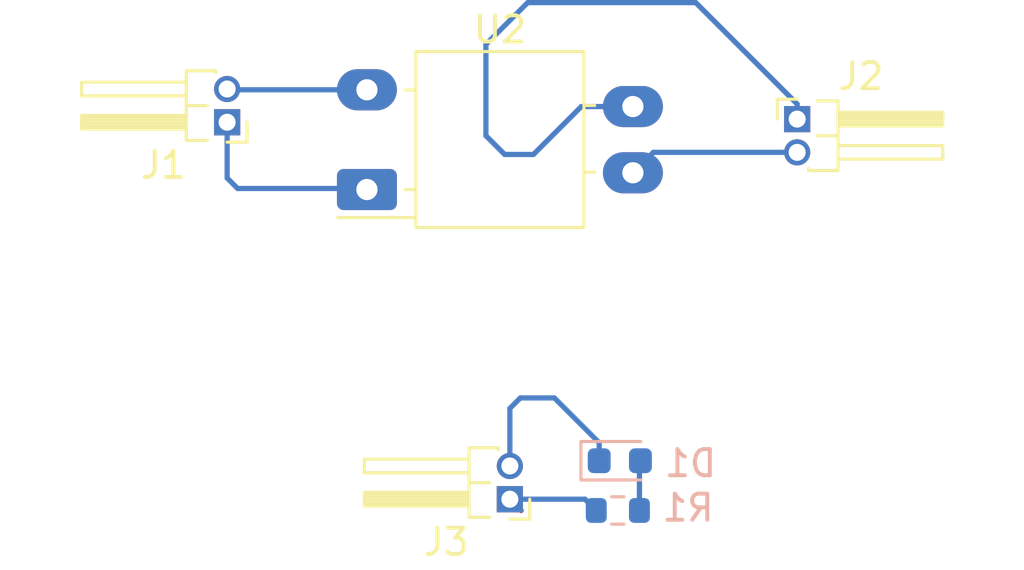
<source format=kicad_pcb>
(kicad_pcb (version 20240108) (generator "pcbnew") (generator_version "8.0")
  (layers (0 "F.Cu" signal) (31 "B.Cu" signal) (34 "B.Paste" user) (35 "F.Paste" user) (36 "B.SilkS" user "B.Silkscreen") (37 "F.SilkS" user "F.Silkscreen") (38 "B.Mask" user) (39 "F.Mask" user) (44 "Edge.Cuts" user))
  (net 0 "")
  (net 1 "Net-(J2-Pin_2)")
  (net 2 "Net-(J1-Pin_1)")
  (net 3 "Net-(J1-Pin_2)")
  (net 4 "Net-(J2-Pin_1)")
  (net 5 "Net-(D1-A)")
  (net 6 "Net-(D1-K)")
  (net 7 "Net-(J3-Pin_1)")
  (footprint "OptoDevice:Luna_NSL-32" (layer "F.Cu") (at 117.84 63.54)
    (property "Reference" "U2" (at 5.08 -6.11 180) (layer "F.SilkS"))
    (property "Value" "NSL-32")
    (fp_line (start -1.12 1.07) (end 1.87 1.07) (stroke (width 0.12)) (layer "F.SilkS"))
    (fp_line (start 1.46 -3.8) (end 1.87 -3.8) (stroke (width 0.12)) (layer "F.SilkS"))
    (fp_line (start 1.46 0) (end 1.87 0) (stroke (width 0.12)) (layer "F.SilkS"))
    (fp_line (start 1.87 -5.27) (end 8.29 -5.27) (stroke (width 0.12)) (layer "F.SilkS"))
    (fp_line (start 1.87 1.45) (end 1.87 -5.27) (stroke (width 0.12)) (layer "F.SilkS"))
    (fp_line (start 8.29 -5.27) (end 8.29 1.45) (stroke (width 0.12)) (layer "F.SilkS"))
    (fp_line (start 8.29 -3.21) (end 8.7 -3.21) (stroke (width 0.12)) (layer "F.SilkS"))
    (fp_line (start 8.29 -0.66) (end 8.7 -0.66) (stroke (width 0.12)) (layer "F.SilkS"))
    (fp_line (start 8.29 1.45) (end 1.87 1.45) (stroke (width 0.12)) (layer "F.SilkS"))
    (pad "1" thru_hole roundrect (at 0 0) (size 2.29 1.57) (drill 0.81) (layers "*.Cu" "*.Mask") (roundrect_rratio 0.159) (net 2 "Net-(J1-Pin_1)"))
    (pad "2" thru_hole oval (at 0 -3.81) (size 2.29 1.57) (drill 0.81) (layers "*.Cu" "*.Mask") (net 3 "Net-(J1-Pin_2)"))
    (pad "3" thru_hole oval (at 10.16 -3.17) (size 2.29 1.57) (drill 0.81) (layers "*.Cu" "*.Mask") (net 4 "Net-(J2-Pin_1)"))
    (pad "4" thru_hole oval (at 10.16 -0.64) (size 2.29 1.57) (drill 0.81) (layers "*.Cu" "*.Mask") (net 1 "Net-(J2-Pin_2)"))
  )
  (footprint "Connector_PinHeader_1.27mm:PinHeader_1x02_P1.27mm_Horizontal" (layer "F.Cu") (at 112.5 60.97 180)
    (property "Reference" "J1" (at 2.4325 -1.635 180) (layer "F.SilkS"))
    (property "Value" "Conn_01x02_Pin")
    (fp_line (start 5.56 1.53) (end 1.56 1.53) (stroke (width 0.12)) (layer "F.SilkS"))
    (fp_line (start 5.56 1.01) (end 5.56 1.53) (stroke (width 0.12)) (layer "F.SilkS"))
    (fp_line (start 5.56 0.26) (end 1.56 0.26) (stroke (width 0.12)) (layer "F.SilkS"))
    (fp_line (start 5.56 -0.26) (end 5.56 0.26) (stroke (width 0.12)) (layer "F.SilkS"))
    (fp_line (start 1.56 1.965) (end 0.44 1.965) (stroke (width 0.12)) (layer "F.SilkS"))
    (fp_line (start 1.56 1.01) (end 5.56 1.01) (stroke (width 0.12)) (layer "F.SilkS"))
    (fp_line (start 1.56 0.16) (end 5.56 0.16) (stroke (width 0.12)) (layer "F.SilkS"))
    (fp_line (start 1.56 0.04) (end 5.56 0.04) (stroke (width 0.12)) (layer "F.SilkS"))
    (fp_line (start 1.56 -0.08) (end 5.56 -0.08) (stroke (width 0.12)) (layer "F.SilkS"))
    (fp_line (start 1.56 -0.2) (end 5.56 -0.2) (stroke (width 0.12)) (layer "F.SilkS"))
    (fp_line (start 1.56 -0.26) (end 5.56 -0.26) (stroke (width 0.12)) (layer "F.SilkS"))
    (fp_line (start 1.56 -0.695) (end 1.56 1.965) (stroke (width 0.12)) (layer "F.SilkS"))
    (fp_line (start 0.76 0.635) (end 1.56 0.635) (stroke (width 0.12)) (layer "F.SilkS"))
    (fp_line (start 0.76 -0.695) (end 1.56 -0.695) (stroke (width 0.12)) (layer "F.SilkS"))
    (fp_line (start 0.44 1.965) (end 0.44 1.889677) (stroke (width 0.12)) (layer "F.SilkS"))
    (fp_line (start -0.76 0) (end -0.76 -0.76) (stroke (width 0.12)) (layer "F.SilkS"))
    (fp_line (start -0.76 -0.76) (end 0 -0.76) (stroke (width 0.12)) (layer "F.SilkS"))
    (pad "1" thru_hole rect (at 0 0 180) (size 1 1) (drill 0.65) (layers "*.Cu" "*.Mask") (net 2 "Net-(J1-Pin_1)"))
    (pad "2" thru_hole oval (at 0 1.27 180) (size 1 1) (drill 0.65) (layers "*.Cu" "*.Mask") (net 3 "Net-(J1-Pin_2)"))
  )
  (footprint "Connector_PinHeader_1.27mm:PinHeader_1x02_P1.27mm_Horizontal" (layer "F.Cu") (at 123.3 75.37 180)
    (property "Reference" "J3" (at 2.4325 -1.635 180) (layer "F.SilkS"))
    (property "Value" "Conn_01x02_Pin")
    (fp_line (start 5.56 1.53) (end 1.56 1.53) (stroke (width 0.12)) (layer "F.SilkS"))
    (fp_line (start 5.56 1.01) (end 5.56 1.53) (stroke (width 0.12)) (layer "F.SilkS"))
    (fp_line (start 5.56 0.26) (end 1.56 0.26) (stroke (width 0.12)) (layer "F.SilkS"))
    (fp_line (start 5.56 -0.26) (end 5.56 0.26) (stroke (width 0.12)) (layer "F.SilkS"))
    (fp_line (start 1.56 1.965) (end 0.44 1.965) (stroke (width 0.12)) (layer "F.SilkS"))
    (fp_line (start 1.56 1.01) (end 5.56 1.01) (stroke (width 0.12)) (layer "F.SilkS"))
    (fp_line (start 1.56 0.16) (end 5.56 0.16) (stroke (width 0.12)) (layer "F.SilkS"))
    (fp_line (start 1.56 0.04) (end 5.56 0.04) (stroke (width 0.12)) (layer "F.SilkS"))
    (fp_line (start 1.56 -0.08) (end 5.56 -0.08) (stroke (width 0.12)) (layer "F.SilkS"))
    (fp_line (start 1.56 -0.2) (end 5.56 -0.2) (stroke (width 0.12)) (layer "F.SilkS"))
    (fp_line (start 1.56 -0.26) (end 5.56 -0.26) (stroke (width 0.12)) (layer "F.SilkS"))
    (fp_line (start 1.56 -0.695) (end 1.56 1.965) (stroke (width 0.12)) (layer "F.SilkS"))
    (fp_line (start 0.76 0.635) (end 1.56 0.635) (stroke (width 0.12)) (layer "F.SilkS"))
    (fp_line (start 0.76 -0.695) (end 1.56 -0.695) (stroke (width 0.12)) (layer "F.SilkS"))
    (fp_line (start 0.44 1.965) (end 0.44 1.889677) (stroke (width 0.12)) (layer "F.SilkS"))
    (fp_line (start -0.76 0) (end -0.76 -0.76) (stroke (width 0.12)) (layer "F.SilkS"))
    (fp_line (start -0.76 -0.76) (end 0 -0.76) (stroke (width 0.12)) (layer "F.SilkS"))
    (pad "1" thru_hole rect (at 0 0 180) (size 1 1) (drill 0.65) (layers "*.Cu" "*.Mask") (net 7 "Net-(J3-Pin_1)"))
    (pad "2" thru_hole oval (at 0 1.27 180) (size 1 1) (drill 0.65) (layers "*.Cu" "*.Mask") (net 6 "Net-(D1-K)"))
  )
  (footprint "Connector_PinHeader_1.27mm:PinHeader_1x02_P1.27mm_Horizontal" (layer "F.Cu") (at 134.275 60.85)
    (property "Reference" "J2" (at 2.4325 -1.635 0) (layer "F.SilkS"))
    (property "Value" "Conn_01x02_Pin")
    (fp_line (start -0.76 -0.76) (end 0 -0.76) (stroke (width 0.12)) (layer "F.SilkS"))
    (fp_line (start -0.76 0) (end -0.76 -0.76) (stroke (width 0.12)) (layer "F.SilkS"))
    (fp_line (start 0.44 1.965) (end 0.44 1.889677) (stroke (width 0.12)) (layer "F.SilkS"))
    (fp_line (start 0.76 -0.695) (end 1.56 -0.695) (stroke (width 0.12)) (layer "F.SilkS"))
    (fp_line (start 0.76 0.635) (end 1.56 0.635) (stroke (width 0.12)) (layer "F.SilkS"))
    (fp_line (start 1.56 -0.695) (end 1.56 1.965) (stroke (width 0.12)) (layer "F.SilkS"))
    (fp_line (start 1.56 -0.26) (end 5.56 -0.26) (stroke (width 0.12)) (layer "F.SilkS"))
    (fp_line (start 1.56 -0.2) (end 5.56 -0.2) (stroke (width 0.12)) (layer "F.SilkS"))
    (fp_line (start 1.56 -0.08) (end 5.56 -0.08) (stroke (width 0.12)) (layer "F.SilkS"))
    (fp_line (start 1.56 0.04) (end 5.56 0.04) (stroke (width 0.12)) (layer "F.SilkS"))
    (fp_line (start 1.56 0.16) (end 5.56 0.16) (stroke (width 0.12)) (layer "F.SilkS"))
    (fp_line (start 1.56 1.01) (end 5.56 1.01) (stroke (width 0.12)) (layer "F.SilkS"))
    (fp_line (start 1.56 1.965) (end 0.44 1.965) (stroke (width 0.12)) (layer "F.SilkS"))
    (fp_line (start 5.56 -0.26) (end 5.56 0.26) (stroke (width 0.12)) (layer "F.SilkS"))
    (fp_line (start 5.56 0.26) (end 1.56 0.26) (stroke (width 0.12)) (layer "F.SilkS"))
    (fp_line (start 5.56 1.01) (end 5.56 1.53) (stroke (width 0.12)) (layer "F.SilkS"))
    (fp_line (start 5.56 1.53) (end 1.56 1.53) (stroke (width 0.12)) (layer "F.SilkS"))
    (pad "1" thru_hole rect (at 0 0) (size 1 1) (drill 0.65) (layers "*.Cu" "*.Mask") (net 4 "Net-(J2-Pin_1)"))
    (pad "2" thru_hole oval (at 0 1.27) (size 1 1) (drill 0.65) (layers "*.Cu" "*.Mask") (net 1 "Net-(J2-Pin_2)"))
  )
  (footprint "Resistor_SMD:R_0603_1608Metric" (layer "B.Cu") (at 127.425 75.8 180)
    (property "Reference" "R1" (at -2.675 0.1 180) (layer "B.SilkS") (effects (justify mirror)))
    (property "Value" "R")
    (fp_line (start 0.237258 0.5225) (end -0.237258 0.5225) (stroke (width 0.12)) (layer "B.SilkS"))
    (fp_line (start 0.237258 -0.5225) (end -0.237258 -0.5225) (stroke (width 0.12)) (layer "B.SilkS"))
    (pad "1" smd roundrect (at -0.825 0 180) (size 0.8 0.95) (layers "B.Cu" "B.Paste" "B.Mask") (net 5 "Net-(D1-A)"))
    (pad "2" smd roundrect (at 0.825 0 180) (size 0.8 0.95) (layers "B.Cu" "B.Paste" "B.Mask") (net 7 "Net-(J3-Pin_1)"))
  )
  (footprint "LED_SMD:LED_0603_1608Metric" (layer "B.Cu") (at 127.5 73.9)
    (property "Reference" "D1" (at 2.7 0.1 360) (layer "B.SilkS") (effects (justify mirror)))
    (property "Value" "LED")
    (fp_line (start -1.485 -0.735) (end -1.485 0.735) (stroke (width 0.12)) (layer "B.SilkS"))
    (fp_line (start -1.485 0.735) (end 0.8 0.735) (stroke (width 0.12)) (layer "B.SilkS"))
    (fp_line (start 0.8 -0.735) (end -1.485 -0.735) (stroke (width 0.12)) (layer "B.SilkS"))
    (pad "1" smd roundrect (at -0.7875 0) (size 0.875 0.95) (layers "B.Cu" "B.Paste" "B.Mask") (net 6 "Net-(D1-K)"))
    (pad "2" smd roundrect (at 0.7875 0) (size 0.875 0.95) (layers "B.Cu" "B.Paste" "B.Mask") (net 5 "Net-(D1-A)"))
  )
  (segment (start 134.275 62.12) (end 128.78 62.12) (width 0.2) (layer "B.Cu") (net 1))
  (segment (start 128.78 62.12) (end 128 62.9) (width 0.2) (layer "B.Cu") (net 1))
  (segment (start 117.8 63.5) (end 117.84 63.54) (width 0.2) (layer "B.Cu") (net 2))
  (segment (start 112.5 60.97) (end 112.5 63.1) (width 0.2) (layer "B.Cu") (net 2))
  (segment (start 112.5 63.1) (end 112.9 63.5) (width 0.2) (layer "B.Cu") (net 2))
  (segment (start 112.9 63.5) (end 117.8 63.5) (width 0.2) (layer "B.Cu") (net 2))
  (segment (start 112.53 59.73) (end 112.5 59.7) (width 0.2) (layer "B.Cu") (net 3))
  (segment (start 117.84 59.73) (end 112.53 59.73) (width 0.2) (layer "B.Cu") (net 3))
  (segment (start 123.981516 56.4) (end 122.385 57.996516) (width 0.2) (layer "B.Cu") (net 4))
  (segment (start 122.385 57.996516) (end 122.385 61.485) (width 0.2) (layer "B.Cu") (net 4))
  (segment (start 124.2 62.2) (end 126.03 60.37) (width 0.2) (layer "B.Cu") (net 4))
  (segment (start 123.1 62.2) (end 124.2 62.2) (width 0.2) (layer "B.Cu") (net 4))
  (segment (start 134.275 60.275) (end 130.4 56.4) (width 0.2) (layer "B.Cu") (net 4))
  (segment (start 122.385 61.485) (end 123.1 62.2) (width 0.2) (layer "B.Cu") (net 4))
  (segment (start 126.03 60.37) (end 128 60.37) (width 0.2) (layer "B.Cu") (net 4))
  (segment (start 134.275 60.85) (end 134.275 60.275) (width 0.2) (layer "B.Cu") (net 4))
  (segment (start 130.4 56.4) (end 123.981516 56.4) (width 0.2) (layer "B.Cu") (net 4))
  (segment (start 128.2875 75.7625) (end 128.25 75.8) (width 0.2) (layer "F.Cu") (net 5))
  (segment (start 128.25 73.9375) (end 128.2875 73.9) (width 0.2) (layer "B.Cu") (net 5))
  (segment (start 128.25 75.8) (end 128.25 73.9375) (width 0.2) (layer "B.Cu") (net 5))
  (segment (start 126.7125 73.2125) (end 126.7125 73.9) (width 0.2) (layer "B.Cu") (net 6))
  (segment (start 125 71.5) (end 126.7125 73.2125) (width 0.2) (layer "B.Cu") (net 6))
  (segment (start 123.3 71.9) (end 123.7 71.5) (width 0.2) (layer "B.Cu") (net 6))
  (segment (start 123.3 74.1) (end 123.3 71.9) (width 0.2) (layer "B.Cu") (net 6))
  (segment (start 123.7 71.5) (end 125 71.5) (width 0.2) (layer "B.Cu") (net 6))
  (segment (start 123.73 75.8) (end 123.3 75.37) (width 0.2) (layer "F.Cu") (net 7))
  (segment (start 126.17 75.37) (end 126.6 75.8) (width 0.2) (layer "B.Cu") (net 7))
  (segment (start 123.3 75.37) (end 126.17 75.37) (width 0.2) (layer "B.Cu") (net 7))
)
</source>
